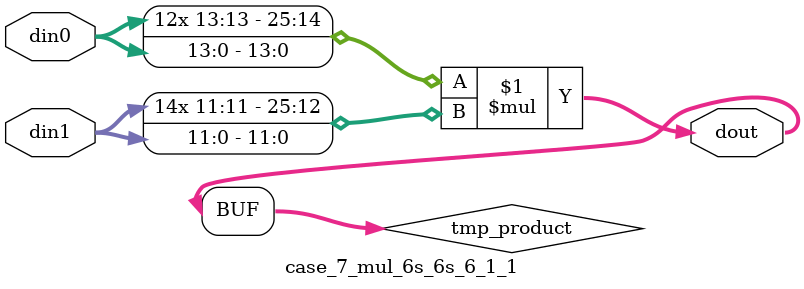
<source format=v>

`timescale 1 ns / 1 ps

 module case_7_mul_6s_6s_6_1_1(din0, din1, dout);
parameter ID = 1;
parameter NUM_STAGE = 0;
parameter din0_WIDTH = 14;
parameter din1_WIDTH = 12;
parameter dout_WIDTH = 26;

input [din0_WIDTH - 1 : 0] din0; 
input [din1_WIDTH - 1 : 0] din1; 
output [dout_WIDTH - 1 : 0] dout;

wire signed [dout_WIDTH - 1 : 0] tmp_product;



























assign tmp_product = $signed(din0) * $signed(din1);








assign dout = tmp_product;





















endmodule

</source>
